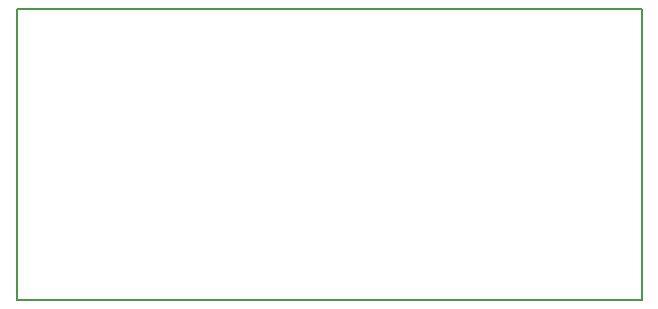
<source format=gm1>
G04 MADE WITH FRITZING*
G04 WWW.FRITZING.ORG*
G04 DOUBLE SIDED*
G04 HOLES PLATED*
G04 CONTOUR ON CENTER OF CONTOUR VECTOR*
%ASAXBY*%
%FSLAX23Y23*%
%MOIN*%
%OFA0B0*%
%SFA1.0B1.0*%
%ADD10R,2.091320X0.980547*%
%ADD11C,0.008000*%
%ADD10C,0.008*%
%LNCONTOUR*%
G90*
G70*
G54D10*
G54D11*
X4Y977D02*
X2087Y977D01*
X2087Y4D01*
X4Y4D01*
X4Y977D01*
D02*
G04 End of contour*
M02*
</source>
